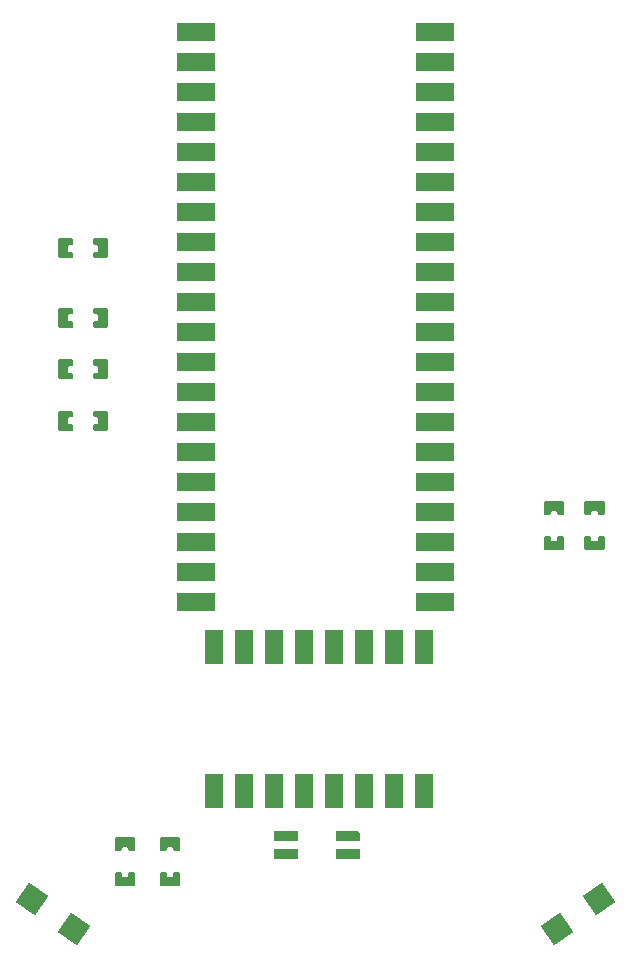
<source format=gtp>
G04 Layer: TopPasteMaskLayer*
G04 EasyEDA v6.5.50, 2025-08-14 22:33:42*
G04 e75713753cb845a6aa3ca86cf9a0bac9,7f6f5378126b4d5b8a4b95b5ffd06442,10*
G04 Gerber Generator version 0.2*
G04 Scale: 100 percent, Rotated: No, Reflected: No *
G04 Dimensions in millimeters *
G04 leading zeros omitted , absolute positions ,4 integer and 5 decimal *
%FSLAX45Y45*%
%MOMM*%

%AMMACRO1*21,1,$1,$2,0,0,$3*%
%AMMACRO2*4,1,5,-1,0.41,0.8,0.41,1,0.21,1,-0.41,-1,-0.41,-1,0.41,0*%
%ADD10R,1.5240X3.0000*%
%ADD11MACRO1,2X2X-34.9994*%
%ADD12MACRO1,2X2X-35.0004*%
%ADD13MACRO1,2X2X-145.0002*%
%ADD14R,3.2000X1.6000*%
%ADD15R,2.0000X0.8200*%
%ADD16MACRO2*%
%ADD17C,0.0157*%

%LPD*%
G36*
X-1871014Y2447239D02*
G01*
X-1881022Y2437231D01*
X-1881022Y2401112D01*
X-1871014Y2391105D01*
X-1849932Y2391105D01*
X-1839925Y2381097D01*
X-1839925Y2343302D01*
X-1849932Y2333294D01*
X-1871014Y2333294D01*
X-1881022Y2323287D01*
X-1881022Y2287168D01*
X-1871014Y2277160D01*
X-1770227Y2277160D01*
X-1760270Y2287168D01*
X-1760270Y2437231D01*
X-1770227Y2447239D01*
G37*
G36*
X-2166772Y2447239D02*
G01*
X-2176729Y2437231D01*
X-2176729Y2287168D01*
X-2166772Y2277160D01*
X-2065985Y2277160D01*
X-2055977Y2287168D01*
X-2055977Y2323287D01*
X-2065985Y2333294D01*
X-2087067Y2333294D01*
X-2097074Y2343302D01*
X-2097074Y2381097D01*
X-2087067Y2391105D01*
X-2065985Y2391105D01*
X-2055977Y2401112D01*
X-2055977Y2437231D01*
X-2065985Y2447239D01*
G37*
G36*
X1944268Y220929D02*
G01*
X1934260Y210972D01*
X1934260Y110185D01*
X1944268Y100177D01*
X1980387Y100177D01*
X1990394Y110185D01*
X1990394Y131267D01*
X2000402Y141274D01*
X2038197Y141274D01*
X2048205Y131267D01*
X2048205Y110185D01*
X2058212Y100177D01*
X2094331Y100177D01*
X2104339Y110185D01*
X2104339Y210972D01*
X2094331Y220929D01*
G37*
G36*
X1944268Y-74777D02*
G01*
X1934260Y-84785D01*
X1934260Y-185572D01*
X1944268Y-195529D01*
X2094331Y-195529D01*
X2104339Y-185572D01*
X2104339Y-84785D01*
X2094331Y-74777D01*
X2058212Y-74777D01*
X2048205Y-84785D01*
X2048205Y-105867D01*
X2038197Y-115874D01*
X2000402Y-115874D01*
X1990394Y-105867D01*
X1990394Y-84785D01*
X1980387Y-74777D01*
G37*
G36*
X-1871014Y1858822D02*
G01*
X-1881022Y1848815D01*
X-1881022Y1812696D01*
X-1871014Y1802688D01*
X-1849932Y1802688D01*
X-1839925Y1792681D01*
X-1839925Y1754835D01*
X-1849932Y1744827D01*
X-1871014Y1744827D01*
X-1881022Y1734870D01*
X-1881022Y1698701D01*
X-1871014Y1688744D01*
X-1770227Y1688744D01*
X-1760270Y1698701D01*
X-1760270Y1848815D01*
X-1770227Y1858822D01*
G37*
G36*
X-2166772Y1858822D02*
G01*
X-2176729Y1848815D01*
X-2176729Y1698701D01*
X-2166772Y1688744D01*
X-2065985Y1688744D01*
X-2055977Y1698701D01*
X-2055977Y1734870D01*
X-2065985Y1744827D01*
X-2087067Y1744827D01*
X-2097074Y1754835D01*
X-2097074Y1792681D01*
X-2087067Y1802688D01*
X-2065985Y1802688D01*
X-2055977Y1812696D01*
X-2055977Y1848815D01*
X-2065985Y1858822D01*
G37*
G36*
X2287168Y-74777D02*
G01*
X2277160Y-84785D01*
X2277160Y-185572D01*
X2287168Y-195529D01*
X2437231Y-195529D01*
X2447239Y-185572D01*
X2447239Y-84785D01*
X2437231Y-74777D01*
X2401112Y-74777D01*
X2391105Y-84785D01*
X2391105Y-105867D01*
X2381097Y-115874D01*
X2343302Y-115874D01*
X2333294Y-105867D01*
X2333294Y-84785D01*
X2323287Y-74777D01*
G37*
G36*
X2287168Y220929D02*
G01*
X2277160Y210972D01*
X2277160Y110185D01*
X2287168Y100177D01*
X2323287Y100177D01*
X2333294Y110185D01*
X2333294Y131267D01*
X2343302Y141274D01*
X2381097Y141274D01*
X2391105Y131267D01*
X2391105Y110185D01*
X2401112Y100177D01*
X2437231Y100177D01*
X2447239Y110185D01*
X2447239Y210972D01*
X2437231Y220929D01*
G37*
G36*
X-1871014Y1422755D02*
G01*
X-1881022Y1412798D01*
X-1881022Y1376629D01*
X-1871014Y1366672D01*
X-1849932Y1366672D01*
X-1839925Y1356664D01*
X-1839925Y1318818D01*
X-1849932Y1308811D01*
X-1871014Y1308811D01*
X-1881022Y1298803D01*
X-1881022Y1262684D01*
X-1871014Y1252677D01*
X-1770227Y1252677D01*
X-1760270Y1262684D01*
X-1760270Y1412798D01*
X-1770227Y1422755D01*
G37*
G36*
X-2166772Y1422755D02*
G01*
X-2176729Y1412798D01*
X-2176729Y1262684D01*
X-2166772Y1252677D01*
X-2065985Y1252677D01*
X-2055977Y1262684D01*
X-2055977Y1298803D01*
X-2065985Y1308811D01*
X-2087067Y1308811D01*
X-2097074Y1318818D01*
X-2097074Y1356664D01*
X-2087067Y1366672D01*
X-2065985Y1366672D01*
X-2055977Y1376629D01*
X-2055977Y1412798D01*
X-2065985Y1422755D01*
G37*
G36*
X-2166772Y986739D02*
G01*
X-2176729Y976731D01*
X-2176729Y826668D01*
X-2166772Y816660D01*
X-2065985Y816660D01*
X-2055977Y826668D01*
X-2055977Y862787D01*
X-2065985Y872794D01*
X-2087067Y872794D01*
X-2097074Y882802D01*
X-2097074Y920597D01*
X-2087067Y930605D01*
X-2065985Y930605D01*
X-2055977Y940612D01*
X-2055977Y976731D01*
X-2065985Y986739D01*
G37*
G36*
X-1871014Y986739D02*
G01*
X-1881022Y976731D01*
X-1881022Y940612D01*
X-1871014Y930605D01*
X-1849932Y930605D01*
X-1839925Y920597D01*
X-1839925Y882802D01*
X-1849932Y872794D01*
X-1871014Y872794D01*
X-1881022Y862787D01*
X-1881022Y826668D01*
X-1871014Y816660D01*
X-1770227Y816660D01*
X-1760270Y826668D01*
X-1760270Y976731D01*
X-1770227Y986739D01*
G37*
G36*
X-1687931Y-2623870D02*
G01*
X-1697939Y-2633827D01*
X-1697939Y-2734614D01*
X-1687931Y-2744622D01*
X-1651812Y-2744622D01*
X-1641805Y-2734614D01*
X-1641805Y-2713532D01*
X-1631797Y-2703525D01*
X-1594002Y-2703525D01*
X-1583994Y-2713532D01*
X-1583994Y-2734614D01*
X-1573987Y-2744622D01*
X-1537868Y-2744622D01*
X-1527860Y-2734614D01*
X-1527860Y-2633827D01*
X-1537868Y-2623870D01*
G37*
G36*
X-1687931Y-2919577D02*
G01*
X-1697939Y-2929585D01*
X-1697939Y-3030372D01*
X-1687931Y-3040329D01*
X-1537868Y-3040329D01*
X-1527860Y-3030372D01*
X-1527860Y-2929585D01*
X-1537868Y-2919577D01*
X-1573987Y-2919577D01*
X-1583994Y-2929585D01*
X-1583994Y-2950667D01*
X-1594002Y-2960674D01*
X-1631797Y-2960674D01*
X-1641805Y-2950667D01*
X-1641805Y-2929585D01*
X-1651812Y-2919577D01*
G37*
G36*
X-1306931Y-2623870D02*
G01*
X-1316939Y-2633827D01*
X-1316939Y-2734614D01*
X-1306931Y-2744622D01*
X-1270812Y-2744622D01*
X-1260805Y-2734614D01*
X-1260805Y-2713532D01*
X-1250797Y-2703525D01*
X-1213002Y-2703525D01*
X-1202994Y-2713532D01*
X-1202994Y-2734614D01*
X-1192987Y-2744622D01*
X-1156868Y-2744622D01*
X-1146860Y-2734614D01*
X-1146860Y-2633827D01*
X-1156868Y-2623870D01*
G37*
G36*
X-1306931Y-2919577D02*
G01*
X-1316939Y-2929585D01*
X-1316939Y-3030372D01*
X-1306931Y-3040329D01*
X-1156868Y-3040329D01*
X-1146860Y-3030372D01*
X-1146860Y-2929585D01*
X-1156868Y-2919577D01*
X-1192987Y-2919577D01*
X-1202994Y-2929585D01*
X-1202994Y-2950667D01*
X-1213002Y-2960674D01*
X-1250797Y-2960674D01*
X-1260805Y-2950667D01*
X-1260805Y-2929585D01*
X-1270812Y-2919577D01*
G37*
D10*
G01*
X-609600Y-2235200D03*
G01*
X-355600Y-2235200D03*
G01*
X-101600Y-2235200D03*
G01*
X152400Y-2235200D03*
G01*
X406400Y-2235200D03*
G01*
X660400Y-2235200D03*
G01*
X914400Y-2235200D03*
G01*
X-609600Y-1016000D03*
G01*
X-355600Y-1016000D03*
G01*
X-101600Y-1016000D03*
G01*
X152400Y-1016000D03*
G01*
X406400Y-1016000D03*
G01*
X660400Y-1016000D03*
G01*
X914400Y-1016000D03*
G01*
X-863600Y-1016000D03*
G01*
X-863600Y-2235200D03*
D11*
G01*
X-2402709Y-3149794D03*
D12*
G01*
X-2042280Y-3402166D03*
D13*
G01*
X2402712Y-3150414D03*
G01*
X2042287Y-3402785D03*
D14*
G01*
X-1008735Y4191000D03*
G01*
X1008735Y4191000D03*
G01*
X-1008735Y3937000D03*
G01*
X1008735Y3937000D03*
G01*
X-1008735Y3683000D03*
G01*
X1008735Y3683000D03*
G01*
X-1008735Y3429000D03*
G01*
X1008735Y3429000D03*
G01*
X-1008735Y3175000D03*
G01*
X1008735Y3175000D03*
G01*
X-1008735Y2921000D03*
G01*
X1008735Y2921000D03*
G01*
X-1008735Y2667000D03*
G01*
X1008735Y2667000D03*
G01*
X-1008735Y2413000D03*
G01*
X1008735Y2413000D03*
G01*
X-1008735Y2159000D03*
G01*
X1008735Y2159000D03*
G01*
X-1008735Y1905000D03*
G01*
X1008735Y1905000D03*
G01*
X-1008735Y1651000D03*
G01*
X1008735Y1651000D03*
G01*
X-1008735Y1397000D03*
G01*
X1008735Y1397000D03*
G01*
X-1008735Y1143000D03*
G01*
X1008735Y1143000D03*
G01*
X-1008735Y889000D03*
G01*
X1008735Y889000D03*
G01*
X-1008735Y635000D03*
G01*
X1008735Y635000D03*
G01*
X-1008735Y381000D03*
G01*
X1008735Y381000D03*
G01*
X-1008735Y127000D03*
G01*
X1008735Y127000D03*
G01*
X-1008735Y-127000D03*
G01*
X1008735Y-127000D03*
G01*
X-1008735Y-381000D03*
G01*
X1008735Y-381000D03*
G01*
X-1008735Y-635000D03*
G01*
X1008735Y-635000D03*
D15*
G01*
X-247294Y-2617393D03*
G01*
X-247294Y-2767406D03*
G01*
X272694Y-2767406D03*
D16*
G01*
X272702Y-2617400D03*
M02*

</source>
